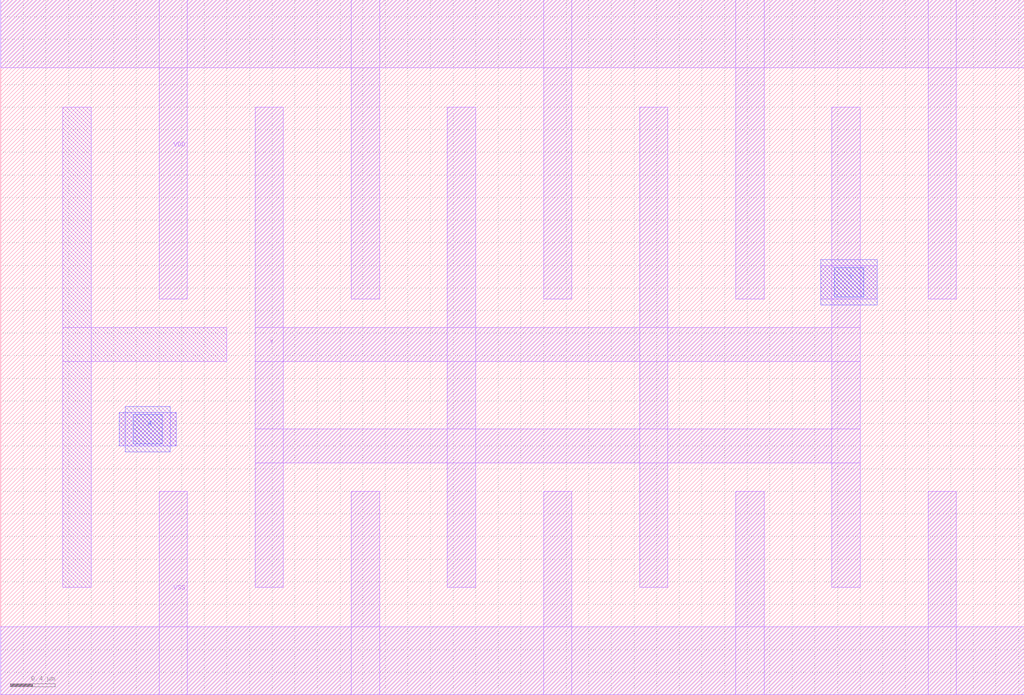
<source format=lef>
# Copyright 2022 Google LLC
# Licensed under the Apache License, Version 2.0 (the "License");
# you may not use this file except in compliance with the License.
# You may obtain a copy of the License at
#
#      http://www.apache.org/licenses/LICENSE-2.0
#
# Unless required by applicable law or agreed to in writing, software
# distributed under the License is distributed on an "AS IS" BASIS,
# WITHOUT WARRANTIES OR CONDITIONS OF ANY KIND, either express or implied.
# See the License for the specific language governing permissions and
# limitations under the License.
VERSION 5.7 ;
BUSBITCHARS "[]" ;
DIVIDERCHAR "/" ;

MACRO gf180mcu_osu_sc_9T_clkbuf_8
  CLASS CORE ;
  ORIGIN 0 0 ;
  FOREIGN gf180mcu_osu_sc_9T_clkbuf_8 0 0 ;
  SIZE 9.05 BY 6.15 ;
  SYMMETRY X Y ;
  SITE GF180_3p3_12t ;
  PIN VDD
    DIRECTION INOUT ;
    USE POWER ;
    SHAPE ABUTMENT ;
    PORT
      LAYER MET1 ;
        RECT 0 5.55 9.05 6.15 ;
        RECT 8.2 3.5 8.45 6.15 ;
        RECT 6.5 3.5 6.75 6.15 ;
        RECT 4.8 3.5 5.05 6.15 ;
        RECT 3.1 3.5 3.35 6.15 ;
        RECT 1.4 3.5 1.65 6.15 ;
    END
  END VDD
  PIN VSS
    DIRECTION INOUT ;
    USE GROUND ;
    PORT
      LAYER MET1 ;
        RECT 0 0 9.05 0.6 ;
        RECT 8.2 0 8.45 1.8 ;
        RECT 6.5 0 6.75 1.8 ;
        RECT 4.8 0 5.05 1.8 ;
        RECT 3.1 0 3.35 1.8 ;
        RECT 1.4 0 1.65 1.8 ;
    END
  END VSS
  PIN A
    DIRECTION INPUT ;
    USE SIGNAL ;
    PORT
      LAYER MET1 ;
        RECT 1.05 2.2 1.55 2.5 ;
      LAYER MET2 ;
        RECT 1.05 2.2 1.55 2.5 ;
        RECT 1.1 2.15 1.5 2.55 ;
      LAYER VIA12 ;
        RECT 1.17 2.22 1.43 2.48 ;
    END
  END A
  PIN Y
    DIRECTION OUTPUT ;
    USE SIGNAL ;
    PORT
      LAYER MET1 ;
        RECT 7.25 3.5 7.75 3.8 ;
        RECT 7.35 0.95 7.6 5.2 ;
        RECT 2.25 2.95 7.6 3.25 ;
        RECT 2.25 2.05 7.6 2.35 ;
        RECT 5.65 0.95 5.9 5.2 ;
        RECT 3.95 0.95 4.2 5.2 ;
        RECT 2.25 0.95 2.5 5.2 ;
      LAYER MET2 ;
        RECT 7.25 3.45 7.75 3.85 ;
      LAYER VIA12 ;
        RECT 7.37 3.52 7.63 3.78 ;
    END
  END Y
  OBS
    LAYER MET1 ;
      RECT 0.55 0.95 0.8 5.2 ;
      RECT 0.55 2.95 2 3.25 ;
  END
END gf180mcu_osu_sc_9T_clkbuf_8

</source>
